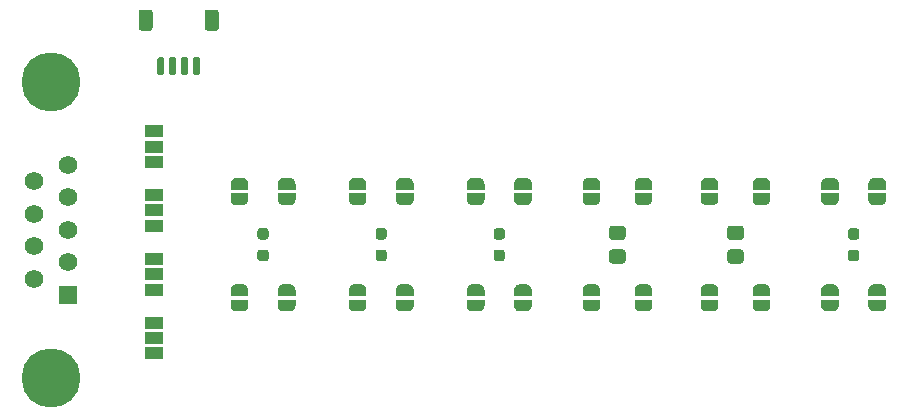
<source format=gbr>
%TF.GenerationSoftware,KiCad,Pcbnew,(5.1.10)-1*%
%TF.CreationDate,2022-05-16T12:08:26-06:00*%
%TF.ProjectId,Swapper01,53776170-7065-4723-9031-2e6b69636164,rev?*%
%TF.SameCoordinates,Original*%
%TF.FileFunction,Soldermask,Top*%
%TF.FilePolarity,Negative*%
%FSLAX46Y46*%
G04 Gerber Fmt 4.6, Leading zero omitted, Abs format (unit mm)*
G04 Created by KiCad (PCBNEW (5.1.10)-1) date 2022-05-16 12:08:26*
%MOMM*%
%LPD*%
G01*
G04 APERTURE LIST*
%ADD10R,1.500000X1.000000*%
%ADD11C,0.100000*%
%ADD12C,5.000000*%
%ADD13C,1.575000*%
%ADD14R,1.575000X1.575000*%
G04 APERTURE END LIST*
%TO.C,J2*%
G36*
G01*
X10055000Y20850000D02*
X10055000Y19600000D01*
G75*
G02*
X9905000Y19450000I-150000J0D01*
G01*
X9605000Y19450000D01*
G75*
G02*
X9455000Y19600000I0J150000D01*
G01*
X9455000Y20850000D01*
G75*
G02*
X9605000Y21000000I150000J0D01*
G01*
X9905000Y21000000D01*
G75*
G02*
X10055000Y20850000I0J-150000D01*
G01*
G37*
G36*
G01*
X9055000Y20850000D02*
X9055000Y19600000D01*
G75*
G02*
X8905000Y19450000I-150000J0D01*
G01*
X8605000Y19450000D01*
G75*
G02*
X8455000Y19600000I0J150000D01*
G01*
X8455000Y20850000D01*
G75*
G02*
X8605000Y21000000I150000J0D01*
G01*
X8905000Y21000000D01*
G75*
G02*
X9055000Y20850000I0J-150000D01*
G01*
G37*
G36*
G01*
X8055000Y20850000D02*
X8055000Y19600000D01*
G75*
G02*
X7905000Y19450000I-150000J0D01*
G01*
X7605000Y19450000D01*
G75*
G02*
X7455000Y19600000I0J150000D01*
G01*
X7455000Y20850000D01*
G75*
G02*
X7605000Y21000000I150000J0D01*
G01*
X7905000Y21000000D01*
G75*
G02*
X8055000Y20850000I0J-150000D01*
G01*
G37*
G36*
G01*
X7055000Y20850000D02*
X7055000Y19600000D01*
G75*
G02*
X6905000Y19450000I-150000J0D01*
G01*
X6605000Y19450000D01*
G75*
G02*
X6455000Y19600000I0J150000D01*
G01*
X6455000Y20850000D01*
G75*
G02*
X6605000Y21000000I150000J0D01*
G01*
X6905000Y21000000D01*
G75*
G02*
X7055000Y20850000I0J-150000D01*
G01*
G37*
G36*
G01*
X11655000Y24750001D02*
X11655000Y23449999D01*
G75*
G02*
X11405001Y23200000I-249999J0D01*
G01*
X10704999Y23200000D01*
G75*
G02*
X10455000Y23449999I0J249999D01*
G01*
X10455000Y24750001D01*
G75*
G02*
X10704999Y25000000I249999J0D01*
G01*
X11405001Y25000000D01*
G75*
G02*
X11655000Y24750001I0J-249999D01*
G01*
G37*
G36*
G01*
X6055000Y24750001D02*
X6055000Y23449999D01*
G75*
G02*
X5805001Y23200000I-249999J0D01*
G01*
X5104999Y23200000D01*
G75*
G02*
X4855000Y23449999I0J249999D01*
G01*
X4855000Y24750001D01*
G75*
G02*
X5104999Y25000000I249999J0D01*
G01*
X5805001Y25000000D01*
G75*
G02*
X6055000Y24750001I0J-249999D01*
G01*
G37*
%TD*%
D10*
%TO.C,JP25*%
X6200000Y3900000D03*
X6200000Y2600000D03*
X6200000Y1300000D03*
%TD*%
%TO.C,JP28*%
X6200000Y14700000D03*
X6200000Y13400000D03*
X6200000Y12100000D03*
%TD*%
%TO.C,JP27*%
X6200000Y9300000D03*
X6200000Y8000000D03*
X6200000Y6700000D03*
%TD*%
%TO.C,JP26*%
X6200000Y-1500000D03*
X6200000Y-2800000D03*
X6200000Y-4100000D03*
%TD*%
%TO.C,R6*%
G36*
G01*
X65637500Y5525000D02*
X65162500Y5525000D01*
G75*
G02*
X64925000Y5762500I0J237500D01*
G01*
X64925000Y6262500D01*
G75*
G02*
X65162500Y6500000I237500J0D01*
G01*
X65637500Y6500000D01*
G75*
G02*
X65875000Y6262500I0J-237500D01*
G01*
X65875000Y5762500D01*
G75*
G02*
X65637500Y5525000I-237500J0D01*
G01*
G37*
G36*
G01*
X65637500Y3700000D02*
X65162500Y3700000D01*
G75*
G02*
X64925000Y3937500I0J237500D01*
G01*
X64925000Y4437500D01*
G75*
G02*
X65162500Y4675000I237500J0D01*
G01*
X65637500Y4675000D01*
G75*
G02*
X65875000Y4437500I0J-237500D01*
G01*
X65875000Y3937500D01*
G75*
G02*
X65637500Y3700000I-237500J0D01*
G01*
G37*
%TD*%
%TO.C,R3*%
G36*
G01*
X35637500Y5525000D02*
X35162500Y5525000D01*
G75*
G02*
X34925000Y5762500I0J237500D01*
G01*
X34925000Y6262500D01*
G75*
G02*
X35162500Y6500000I237500J0D01*
G01*
X35637500Y6500000D01*
G75*
G02*
X35875000Y6262500I0J-237500D01*
G01*
X35875000Y5762500D01*
G75*
G02*
X35637500Y5525000I-237500J0D01*
G01*
G37*
G36*
G01*
X35637500Y3700000D02*
X35162500Y3700000D01*
G75*
G02*
X34925000Y3937500I0J237500D01*
G01*
X34925000Y4437500D01*
G75*
G02*
X35162500Y4675000I237500J0D01*
G01*
X35637500Y4675000D01*
G75*
G02*
X35875000Y4437500I0J-237500D01*
G01*
X35875000Y3937500D01*
G75*
G02*
X35637500Y3700000I-237500J0D01*
G01*
G37*
%TD*%
%TO.C,R5*%
G36*
G01*
X55850001Y5500000D02*
X54949999Y5500000D01*
G75*
G02*
X54700000Y5749999I0J249999D01*
G01*
X54700000Y6450001D01*
G75*
G02*
X54949999Y6700000I249999J0D01*
G01*
X55850001Y6700000D01*
G75*
G02*
X56100000Y6450001I0J-249999D01*
G01*
X56100000Y5749999D01*
G75*
G02*
X55850001Y5500000I-249999J0D01*
G01*
G37*
G36*
G01*
X55850001Y3500000D02*
X54949999Y3500000D01*
G75*
G02*
X54700000Y3749999I0J249999D01*
G01*
X54700000Y4450001D01*
G75*
G02*
X54949999Y4700000I249999J0D01*
G01*
X55850001Y4700000D01*
G75*
G02*
X56100000Y4450001I0J-249999D01*
G01*
X56100000Y3749999D01*
G75*
G02*
X55850001Y3500000I-249999J0D01*
G01*
G37*
%TD*%
%TO.C,R2*%
G36*
G01*
X25637500Y5525000D02*
X25162500Y5525000D01*
G75*
G02*
X24925000Y5762500I0J237500D01*
G01*
X24925000Y6262500D01*
G75*
G02*
X25162500Y6500000I237500J0D01*
G01*
X25637500Y6500000D01*
G75*
G02*
X25875000Y6262500I0J-237500D01*
G01*
X25875000Y5762500D01*
G75*
G02*
X25637500Y5525000I-237500J0D01*
G01*
G37*
G36*
G01*
X25637500Y3700000D02*
X25162500Y3700000D01*
G75*
G02*
X24925000Y3937500I0J237500D01*
G01*
X24925000Y4437500D01*
G75*
G02*
X25162500Y4675000I237500J0D01*
G01*
X25637500Y4675000D01*
G75*
G02*
X25875000Y4437500I0J-237500D01*
G01*
X25875000Y3937500D01*
G75*
G02*
X25637500Y3700000I-237500J0D01*
G01*
G37*
%TD*%
%TO.C,R4*%
G36*
G01*
X45850001Y5500000D02*
X44949999Y5500000D01*
G75*
G02*
X44700000Y5749999I0J249999D01*
G01*
X44700000Y6450001D01*
G75*
G02*
X44949999Y6700000I249999J0D01*
G01*
X45850001Y6700000D01*
G75*
G02*
X46100000Y6450001I0J-249999D01*
G01*
X46100000Y5749999D01*
G75*
G02*
X45850001Y5500000I-249999J0D01*
G01*
G37*
G36*
G01*
X45850001Y3500000D02*
X44949999Y3500000D01*
G75*
G02*
X44700000Y3749999I0J249999D01*
G01*
X44700000Y4450001D01*
G75*
G02*
X44949999Y4700000I249999J0D01*
G01*
X45850001Y4700000D01*
G75*
G02*
X46100000Y4450001I0J-249999D01*
G01*
X46100000Y3749999D01*
G75*
G02*
X45850001Y3500000I-249999J0D01*
G01*
G37*
%TD*%
%TO.C,R1*%
G36*
G01*
X15637500Y5525000D02*
X15162500Y5525000D01*
G75*
G02*
X14925000Y5762500I0J237500D01*
G01*
X14925000Y6262500D01*
G75*
G02*
X15162500Y6500000I237500J0D01*
G01*
X15637500Y6500000D01*
G75*
G02*
X15875000Y6262500I0J-237500D01*
G01*
X15875000Y5762500D01*
G75*
G02*
X15637500Y5525000I-237500J0D01*
G01*
G37*
G36*
G01*
X15637500Y3700000D02*
X15162500Y3700000D01*
G75*
G02*
X14925000Y3937500I0J237500D01*
G01*
X14925000Y4437500D01*
G75*
G02*
X15162500Y4675000I237500J0D01*
G01*
X15637500Y4675000D01*
G75*
G02*
X15875000Y4437500I0J-237500D01*
G01*
X15875000Y3937500D01*
G75*
G02*
X15637500Y3700000I-237500J0D01*
G01*
G37*
%TD*%
D11*
%TO.C,JP24*%
G36*
X66650602Y10250000D02*
G01*
X66650602Y10274534D01*
X66655412Y10323365D01*
X66664984Y10371490D01*
X66679228Y10418445D01*
X66698005Y10463778D01*
X66721136Y10507051D01*
X66748396Y10547850D01*
X66779524Y10585779D01*
X66814221Y10620476D01*
X66852150Y10651604D01*
X66892949Y10678864D01*
X66936222Y10701995D01*
X66981555Y10720772D01*
X67028510Y10735016D01*
X67076635Y10744588D01*
X67125466Y10749398D01*
X67150000Y10749398D01*
X67150000Y10750000D01*
X67650000Y10750000D01*
X67650000Y10749398D01*
X67674534Y10749398D01*
X67723365Y10744588D01*
X67771490Y10735016D01*
X67818445Y10720772D01*
X67863778Y10701995D01*
X67907051Y10678864D01*
X67947850Y10651604D01*
X67985779Y10620476D01*
X68020476Y10585779D01*
X68051604Y10547850D01*
X68078864Y10507051D01*
X68101995Y10463778D01*
X68120772Y10418445D01*
X68135016Y10371490D01*
X68144588Y10323365D01*
X68149398Y10274534D01*
X68149398Y10250000D01*
X68150000Y10250000D01*
X68150000Y9750000D01*
X66650000Y9750000D01*
X66650000Y10250000D01*
X66650602Y10250000D01*
G37*
G36*
X68150000Y9450000D02*
G01*
X68150000Y8950000D01*
X68149398Y8950000D01*
X68149398Y8925466D01*
X68144588Y8876635D01*
X68135016Y8828510D01*
X68120772Y8781555D01*
X68101995Y8736222D01*
X68078864Y8692949D01*
X68051604Y8652150D01*
X68020476Y8614221D01*
X67985779Y8579524D01*
X67947850Y8548396D01*
X67907051Y8521136D01*
X67863778Y8498005D01*
X67818445Y8479228D01*
X67771490Y8464984D01*
X67723365Y8455412D01*
X67674534Y8450602D01*
X67650000Y8450602D01*
X67650000Y8450000D01*
X67150000Y8450000D01*
X67150000Y8450602D01*
X67125466Y8450602D01*
X67076635Y8455412D01*
X67028510Y8464984D01*
X66981555Y8479228D01*
X66936222Y8498005D01*
X66892949Y8521136D01*
X66852150Y8548396D01*
X66814221Y8579524D01*
X66779524Y8614221D01*
X66748396Y8652150D01*
X66721136Y8692949D01*
X66698005Y8736222D01*
X66679228Y8781555D01*
X66664984Y8828510D01*
X66655412Y8876635D01*
X66650602Y8925466D01*
X66650602Y8950000D01*
X66650000Y8950000D01*
X66650000Y9450000D01*
X68150000Y9450000D01*
G37*
%TD*%
%TO.C,JP18*%
G36*
X66650602Y1250000D02*
G01*
X66650602Y1274534D01*
X66655412Y1323365D01*
X66664984Y1371490D01*
X66679228Y1418445D01*
X66698005Y1463778D01*
X66721136Y1507051D01*
X66748396Y1547850D01*
X66779524Y1585779D01*
X66814221Y1620476D01*
X66852150Y1651604D01*
X66892949Y1678864D01*
X66936222Y1701995D01*
X66981555Y1720772D01*
X67028510Y1735016D01*
X67076635Y1744588D01*
X67125466Y1749398D01*
X67150000Y1749398D01*
X67150000Y1750000D01*
X67650000Y1750000D01*
X67650000Y1749398D01*
X67674534Y1749398D01*
X67723365Y1744588D01*
X67771490Y1735016D01*
X67818445Y1720772D01*
X67863778Y1701995D01*
X67907051Y1678864D01*
X67947850Y1651604D01*
X67985779Y1620476D01*
X68020476Y1585779D01*
X68051604Y1547850D01*
X68078864Y1507051D01*
X68101995Y1463778D01*
X68120772Y1418445D01*
X68135016Y1371490D01*
X68144588Y1323365D01*
X68149398Y1274534D01*
X68149398Y1250000D01*
X68150000Y1250000D01*
X68150000Y750000D01*
X66650000Y750000D01*
X66650000Y1250000D01*
X66650602Y1250000D01*
G37*
G36*
X68150000Y450000D02*
G01*
X68150000Y-50000D01*
X68149398Y-50000D01*
X68149398Y-74534D01*
X68144588Y-123365D01*
X68135016Y-171490D01*
X68120772Y-218445D01*
X68101995Y-263778D01*
X68078864Y-307051D01*
X68051604Y-347850D01*
X68020476Y-385779D01*
X67985779Y-420476D01*
X67947850Y-451604D01*
X67907051Y-478864D01*
X67863778Y-501995D01*
X67818445Y-520772D01*
X67771490Y-535016D01*
X67723365Y-544588D01*
X67674534Y-549398D01*
X67650000Y-549398D01*
X67650000Y-550000D01*
X67150000Y-550000D01*
X67150000Y-549398D01*
X67125466Y-549398D01*
X67076635Y-544588D01*
X67028510Y-535016D01*
X66981555Y-520772D01*
X66936222Y-501995D01*
X66892949Y-478864D01*
X66852150Y-451604D01*
X66814221Y-420476D01*
X66779524Y-385779D01*
X66748396Y-347850D01*
X66721136Y-307051D01*
X66698005Y-263778D01*
X66679228Y-218445D01*
X66664984Y-171490D01*
X66655412Y-123365D01*
X66650602Y-74534D01*
X66650602Y-50000D01*
X66650000Y-50000D01*
X66650000Y450000D01*
X68150000Y450000D01*
G37*
%TD*%
%TO.C,JP12*%
G36*
X36650602Y10250000D02*
G01*
X36650602Y10274534D01*
X36655412Y10323365D01*
X36664984Y10371490D01*
X36679228Y10418445D01*
X36698005Y10463778D01*
X36721136Y10507051D01*
X36748396Y10547850D01*
X36779524Y10585779D01*
X36814221Y10620476D01*
X36852150Y10651604D01*
X36892949Y10678864D01*
X36936222Y10701995D01*
X36981555Y10720772D01*
X37028510Y10735016D01*
X37076635Y10744588D01*
X37125466Y10749398D01*
X37150000Y10749398D01*
X37150000Y10750000D01*
X37650000Y10750000D01*
X37650000Y10749398D01*
X37674534Y10749398D01*
X37723365Y10744588D01*
X37771490Y10735016D01*
X37818445Y10720772D01*
X37863778Y10701995D01*
X37907051Y10678864D01*
X37947850Y10651604D01*
X37985779Y10620476D01*
X38020476Y10585779D01*
X38051604Y10547850D01*
X38078864Y10507051D01*
X38101995Y10463778D01*
X38120772Y10418445D01*
X38135016Y10371490D01*
X38144588Y10323365D01*
X38149398Y10274534D01*
X38149398Y10250000D01*
X38150000Y10250000D01*
X38150000Y9750000D01*
X36650000Y9750000D01*
X36650000Y10250000D01*
X36650602Y10250000D01*
G37*
G36*
X38150000Y9450000D02*
G01*
X38150000Y8950000D01*
X38149398Y8950000D01*
X38149398Y8925466D01*
X38144588Y8876635D01*
X38135016Y8828510D01*
X38120772Y8781555D01*
X38101995Y8736222D01*
X38078864Y8692949D01*
X38051604Y8652150D01*
X38020476Y8614221D01*
X37985779Y8579524D01*
X37947850Y8548396D01*
X37907051Y8521136D01*
X37863778Y8498005D01*
X37818445Y8479228D01*
X37771490Y8464984D01*
X37723365Y8455412D01*
X37674534Y8450602D01*
X37650000Y8450602D01*
X37650000Y8450000D01*
X37150000Y8450000D01*
X37150000Y8450602D01*
X37125466Y8450602D01*
X37076635Y8455412D01*
X37028510Y8464984D01*
X36981555Y8479228D01*
X36936222Y8498005D01*
X36892949Y8521136D01*
X36852150Y8548396D01*
X36814221Y8579524D01*
X36779524Y8614221D01*
X36748396Y8652150D01*
X36721136Y8692949D01*
X36698005Y8736222D01*
X36679228Y8781555D01*
X36664984Y8828510D01*
X36655412Y8876635D01*
X36650602Y8925466D01*
X36650602Y8950000D01*
X36650000Y8950000D01*
X36650000Y9450000D01*
X38150000Y9450000D01*
G37*
%TD*%
%TO.C,JP6*%
G36*
X36650602Y1250000D02*
G01*
X36650602Y1274534D01*
X36655412Y1323365D01*
X36664984Y1371490D01*
X36679228Y1418445D01*
X36698005Y1463778D01*
X36721136Y1507051D01*
X36748396Y1547850D01*
X36779524Y1585779D01*
X36814221Y1620476D01*
X36852150Y1651604D01*
X36892949Y1678864D01*
X36936222Y1701995D01*
X36981555Y1720772D01*
X37028510Y1735016D01*
X37076635Y1744588D01*
X37125466Y1749398D01*
X37150000Y1749398D01*
X37150000Y1750000D01*
X37650000Y1750000D01*
X37650000Y1749398D01*
X37674534Y1749398D01*
X37723365Y1744588D01*
X37771490Y1735016D01*
X37818445Y1720772D01*
X37863778Y1701995D01*
X37907051Y1678864D01*
X37947850Y1651604D01*
X37985779Y1620476D01*
X38020476Y1585779D01*
X38051604Y1547850D01*
X38078864Y1507051D01*
X38101995Y1463778D01*
X38120772Y1418445D01*
X38135016Y1371490D01*
X38144588Y1323365D01*
X38149398Y1274534D01*
X38149398Y1250000D01*
X38150000Y1250000D01*
X38150000Y750000D01*
X36650000Y750000D01*
X36650000Y1250000D01*
X36650602Y1250000D01*
G37*
G36*
X38150000Y450000D02*
G01*
X38150000Y-50000D01*
X38149398Y-50000D01*
X38149398Y-74534D01*
X38144588Y-123365D01*
X38135016Y-171490D01*
X38120772Y-218445D01*
X38101995Y-263778D01*
X38078864Y-307051D01*
X38051604Y-347850D01*
X38020476Y-385779D01*
X37985779Y-420476D01*
X37947850Y-451604D01*
X37907051Y-478864D01*
X37863778Y-501995D01*
X37818445Y-520772D01*
X37771490Y-535016D01*
X37723365Y-544588D01*
X37674534Y-549398D01*
X37650000Y-549398D01*
X37650000Y-550000D01*
X37150000Y-550000D01*
X37150000Y-549398D01*
X37125466Y-549398D01*
X37076635Y-544588D01*
X37028510Y-535016D01*
X36981555Y-520772D01*
X36936222Y-501995D01*
X36892949Y-478864D01*
X36852150Y-451604D01*
X36814221Y-420476D01*
X36779524Y-385779D01*
X36748396Y-347850D01*
X36721136Y-307051D01*
X36698005Y-263778D01*
X36679228Y-218445D01*
X36664984Y-171490D01*
X36655412Y-123365D01*
X36650602Y-74534D01*
X36650602Y-50000D01*
X36650000Y-50000D01*
X36650000Y450000D01*
X38150000Y450000D01*
G37*
%TD*%
%TO.C,JP23*%
G36*
X62650602Y10250000D02*
G01*
X62650602Y10274534D01*
X62655412Y10323365D01*
X62664984Y10371490D01*
X62679228Y10418445D01*
X62698005Y10463778D01*
X62721136Y10507051D01*
X62748396Y10547850D01*
X62779524Y10585779D01*
X62814221Y10620476D01*
X62852150Y10651604D01*
X62892949Y10678864D01*
X62936222Y10701995D01*
X62981555Y10720772D01*
X63028510Y10735016D01*
X63076635Y10744588D01*
X63125466Y10749398D01*
X63150000Y10749398D01*
X63150000Y10750000D01*
X63650000Y10750000D01*
X63650000Y10749398D01*
X63674534Y10749398D01*
X63723365Y10744588D01*
X63771490Y10735016D01*
X63818445Y10720772D01*
X63863778Y10701995D01*
X63907051Y10678864D01*
X63947850Y10651604D01*
X63985779Y10620476D01*
X64020476Y10585779D01*
X64051604Y10547850D01*
X64078864Y10507051D01*
X64101995Y10463778D01*
X64120772Y10418445D01*
X64135016Y10371490D01*
X64144588Y10323365D01*
X64149398Y10274534D01*
X64149398Y10250000D01*
X64150000Y10250000D01*
X64150000Y9750000D01*
X62650000Y9750000D01*
X62650000Y10250000D01*
X62650602Y10250000D01*
G37*
G36*
X64150000Y9450000D02*
G01*
X64150000Y8950000D01*
X64149398Y8950000D01*
X64149398Y8925466D01*
X64144588Y8876635D01*
X64135016Y8828510D01*
X64120772Y8781555D01*
X64101995Y8736222D01*
X64078864Y8692949D01*
X64051604Y8652150D01*
X64020476Y8614221D01*
X63985779Y8579524D01*
X63947850Y8548396D01*
X63907051Y8521136D01*
X63863778Y8498005D01*
X63818445Y8479228D01*
X63771490Y8464984D01*
X63723365Y8455412D01*
X63674534Y8450602D01*
X63650000Y8450602D01*
X63650000Y8450000D01*
X63150000Y8450000D01*
X63150000Y8450602D01*
X63125466Y8450602D01*
X63076635Y8455412D01*
X63028510Y8464984D01*
X62981555Y8479228D01*
X62936222Y8498005D01*
X62892949Y8521136D01*
X62852150Y8548396D01*
X62814221Y8579524D01*
X62779524Y8614221D01*
X62748396Y8652150D01*
X62721136Y8692949D01*
X62698005Y8736222D01*
X62679228Y8781555D01*
X62664984Y8828510D01*
X62655412Y8876635D01*
X62650602Y8925466D01*
X62650602Y8950000D01*
X62650000Y8950000D01*
X62650000Y9450000D01*
X64150000Y9450000D01*
G37*
%TD*%
%TO.C,JP17*%
G36*
X62650602Y1250000D02*
G01*
X62650602Y1274534D01*
X62655412Y1323365D01*
X62664984Y1371490D01*
X62679228Y1418445D01*
X62698005Y1463778D01*
X62721136Y1507051D01*
X62748396Y1547850D01*
X62779524Y1585779D01*
X62814221Y1620476D01*
X62852150Y1651604D01*
X62892949Y1678864D01*
X62936222Y1701995D01*
X62981555Y1720772D01*
X63028510Y1735016D01*
X63076635Y1744588D01*
X63125466Y1749398D01*
X63150000Y1749398D01*
X63150000Y1750000D01*
X63650000Y1750000D01*
X63650000Y1749398D01*
X63674534Y1749398D01*
X63723365Y1744588D01*
X63771490Y1735016D01*
X63818445Y1720772D01*
X63863778Y1701995D01*
X63907051Y1678864D01*
X63947850Y1651604D01*
X63985779Y1620476D01*
X64020476Y1585779D01*
X64051604Y1547850D01*
X64078864Y1507051D01*
X64101995Y1463778D01*
X64120772Y1418445D01*
X64135016Y1371490D01*
X64144588Y1323365D01*
X64149398Y1274534D01*
X64149398Y1250000D01*
X64150000Y1250000D01*
X64150000Y750000D01*
X62650000Y750000D01*
X62650000Y1250000D01*
X62650602Y1250000D01*
G37*
G36*
X64150000Y450000D02*
G01*
X64150000Y-50000D01*
X64149398Y-50000D01*
X64149398Y-74534D01*
X64144588Y-123365D01*
X64135016Y-171490D01*
X64120772Y-218445D01*
X64101995Y-263778D01*
X64078864Y-307051D01*
X64051604Y-347850D01*
X64020476Y-385779D01*
X63985779Y-420476D01*
X63947850Y-451604D01*
X63907051Y-478864D01*
X63863778Y-501995D01*
X63818445Y-520772D01*
X63771490Y-535016D01*
X63723365Y-544588D01*
X63674534Y-549398D01*
X63650000Y-549398D01*
X63650000Y-550000D01*
X63150000Y-550000D01*
X63150000Y-549398D01*
X63125466Y-549398D01*
X63076635Y-544588D01*
X63028510Y-535016D01*
X62981555Y-520772D01*
X62936222Y-501995D01*
X62892949Y-478864D01*
X62852150Y-451604D01*
X62814221Y-420476D01*
X62779524Y-385779D01*
X62748396Y-347850D01*
X62721136Y-307051D01*
X62698005Y-263778D01*
X62679228Y-218445D01*
X62664984Y-171490D01*
X62655412Y-123365D01*
X62650602Y-74534D01*
X62650602Y-50000D01*
X62650000Y-50000D01*
X62650000Y450000D01*
X64150000Y450000D01*
G37*
%TD*%
%TO.C,JP11*%
G36*
X32650602Y10250000D02*
G01*
X32650602Y10274534D01*
X32655412Y10323365D01*
X32664984Y10371490D01*
X32679228Y10418445D01*
X32698005Y10463778D01*
X32721136Y10507051D01*
X32748396Y10547850D01*
X32779524Y10585779D01*
X32814221Y10620476D01*
X32852150Y10651604D01*
X32892949Y10678864D01*
X32936222Y10701995D01*
X32981555Y10720772D01*
X33028510Y10735016D01*
X33076635Y10744588D01*
X33125466Y10749398D01*
X33150000Y10749398D01*
X33150000Y10750000D01*
X33650000Y10750000D01*
X33650000Y10749398D01*
X33674534Y10749398D01*
X33723365Y10744588D01*
X33771490Y10735016D01*
X33818445Y10720772D01*
X33863778Y10701995D01*
X33907051Y10678864D01*
X33947850Y10651604D01*
X33985779Y10620476D01*
X34020476Y10585779D01*
X34051604Y10547850D01*
X34078864Y10507051D01*
X34101995Y10463778D01*
X34120772Y10418445D01*
X34135016Y10371490D01*
X34144588Y10323365D01*
X34149398Y10274534D01*
X34149398Y10250000D01*
X34150000Y10250000D01*
X34150000Y9750000D01*
X32650000Y9750000D01*
X32650000Y10250000D01*
X32650602Y10250000D01*
G37*
G36*
X34150000Y9450000D02*
G01*
X34150000Y8950000D01*
X34149398Y8950000D01*
X34149398Y8925466D01*
X34144588Y8876635D01*
X34135016Y8828510D01*
X34120772Y8781555D01*
X34101995Y8736222D01*
X34078864Y8692949D01*
X34051604Y8652150D01*
X34020476Y8614221D01*
X33985779Y8579524D01*
X33947850Y8548396D01*
X33907051Y8521136D01*
X33863778Y8498005D01*
X33818445Y8479228D01*
X33771490Y8464984D01*
X33723365Y8455412D01*
X33674534Y8450602D01*
X33650000Y8450602D01*
X33650000Y8450000D01*
X33150000Y8450000D01*
X33150000Y8450602D01*
X33125466Y8450602D01*
X33076635Y8455412D01*
X33028510Y8464984D01*
X32981555Y8479228D01*
X32936222Y8498005D01*
X32892949Y8521136D01*
X32852150Y8548396D01*
X32814221Y8579524D01*
X32779524Y8614221D01*
X32748396Y8652150D01*
X32721136Y8692949D01*
X32698005Y8736222D01*
X32679228Y8781555D01*
X32664984Y8828510D01*
X32655412Y8876635D01*
X32650602Y8925466D01*
X32650602Y8950000D01*
X32650000Y8950000D01*
X32650000Y9450000D01*
X34150000Y9450000D01*
G37*
%TD*%
%TO.C,JP5*%
G36*
X32650602Y1250000D02*
G01*
X32650602Y1274534D01*
X32655412Y1323365D01*
X32664984Y1371490D01*
X32679228Y1418445D01*
X32698005Y1463778D01*
X32721136Y1507051D01*
X32748396Y1547850D01*
X32779524Y1585779D01*
X32814221Y1620476D01*
X32852150Y1651604D01*
X32892949Y1678864D01*
X32936222Y1701995D01*
X32981555Y1720772D01*
X33028510Y1735016D01*
X33076635Y1744588D01*
X33125466Y1749398D01*
X33150000Y1749398D01*
X33150000Y1750000D01*
X33650000Y1750000D01*
X33650000Y1749398D01*
X33674534Y1749398D01*
X33723365Y1744588D01*
X33771490Y1735016D01*
X33818445Y1720772D01*
X33863778Y1701995D01*
X33907051Y1678864D01*
X33947850Y1651604D01*
X33985779Y1620476D01*
X34020476Y1585779D01*
X34051604Y1547850D01*
X34078864Y1507051D01*
X34101995Y1463778D01*
X34120772Y1418445D01*
X34135016Y1371490D01*
X34144588Y1323365D01*
X34149398Y1274534D01*
X34149398Y1250000D01*
X34150000Y1250000D01*
X34150000Y750000D01*
X32650000Y750000D01*
X32650000Y1250000D01*
X32650602Y1250000D01*
G37*
G36*
X34150000Y450000D02*
G01*
X34150000Y-50000D01*
X34149398Y-50000D01*
X34149398Y-74534D01*
X34144588Y-123365D01*
X34135016Y-171490D01*
X34120772Y-218445D01*
X34101995Y-263778D01*
X34078864Y-307051D01*
X34051604Y-347850D01*
X34020476Y-385779D01*
X33985779Y-420476D01*
X33947850Y-451604D01*
X33907051Y-478864D01*
X33863778Y-501995D01*
X33818445Y-520772D01*
X33771490Y-535016D01*
X33723365Y-544588D01*
X33674534Y-549398D01*
X33650000Y-549398D01*
X33650000Y-550000D01*
X33150000Y-550000D01*
X33150000Y-549398D01*
X33125466Y-549398D01*
X33076635Y-544588D01*
X33028510Y-535016D01*
X32981555Y-520772D01*
X32936222Y-501995D01*
X32892949Y-478864D01*
X32852150Y-451604D01*
X32814221Y-420476D01*
X32779524Y-385779D01*
X32748396Y-347850D01*
X32721136Y-307051D01*
X32698005Y-263778D01*
X32679228Y-218445D01*
X32664984Y-171490D01*
X32655412Y-123365D01*
X32650602Y-74534D01*
X32650602Y-50000D01*
X32650000Y-50000D01*
X32650000Y450000D01*
X34150000Y450000D01*
G37*
%TD*%
%TO.C,JP22*%
G36*
X56850602Y10250000D02*
G01*
X56850602Y10274534D01*
X56855412Y10323365D01*
X56864984Y10371490D01*
X56879228Y10418445D01*
X56898005Y10463778D01*
X56921136Y10507051D01*
X56948396Y10547850D01*
X56979524Y10585779D01*
X57014221Y10620476D01*
X57052150Y10651604D01*
X57092949Y10678864D01*
X57136222Y10701995D01*
X57181555Y10720772D01*
X57228510Y10735016D01*
X57276635Y10744588D01*
X57325466Y10749398D01*
X57350000Y10749398D01*
X57350000Y10750000D01*
X57850000Y10750000D01*
X57850000Y10749398D01*
X57874534Y10749398D01*
X57923365Y10744588D01*
X57971490Y10735016D01*
X58018445Y10720772D01*
X58063778Y10701995D01*
X58107051Y10678864D01*
X58147850Y10651604D01*
X58185779Y10620476D01*
X58220476Y10585779D01*
X58251604Y10547850D01*
X58278864Y10507051D01*
X58301995Y10463778D01*
X58320772Y10418445D01*
X58335016Y10371490D01*
X58344588Y10323365D01*
X58349398Y10274534D01*
X58349398Y10250000D01*
X58350000Y10250000D01*
X58350000Y9750000D01*
X56850000Y9750000D01*
X56850000Y10250000D01*
X56850602Y10250000D01*
G37*
G36*
X58350000Y9450000D02*
G01*
X58350000Y8950000D01*
X58349398Y8950000D01*
X58349398Y8925466D01*
X58344588Y8876635D01*
X58335016Y8828510D01*
X58320772Y8781555D01*
X58301995Y8736222D01*
X58278864Y8692949D01*
X58251604Y8652150D01*
X58220476Y8614221D01*
X58185779Y8579524D01*
X58147850Y8548396D01*
X58107051Y8521136D01*
X58063778Y8498005D01*
X58018445Y8479228D01*
X57971490Y8464984D01*
X57923365Y8455412D01*
X57874534Y8450602D01*
X57850000Y8450602D01*
X57850000Y8450000D01*
X57350000Y8450000D01*
X57350000Y8450602D01*
X57325466Y8450602D01*
X57276635Y8455412D01*
X57228510Y8464984D01*
X57181555Y8479228D01*
X57136222Y8498005D01*
X57092949Y8521136D01*
X57052150Y8548396D01*
X57014221Y8579524D01*
X56979524Y8614221D01*
X56948396Y8652150D01*
X56921136Y8692949D01*
X56898005Y8736222D01*
X56879228Y8781555D01*
X56864984Y8828510D01*
X56855412Y8876635D01*
X56850602Y8925466D01*
X56850602Y8950000D01*
X56850000Y8950000D01*
X56850000Y9450000D01*
X58350000Y9450000D01*
G37*
%TD*%
%TO.C,JP16*%
G36*
X56850602Y1250000D02*
G01*
X56850602Y1274534D01*
X56855412Y1323365D01*
X56864984Y1371490D01*
X56879228Y1418445D01*
X56898005Y1463778D01*
X56921136Y1507051D01*
X56948396Y1547850D01*
X56979524Y1585779D01*
X57014221Y1620476D01*
X57052150Y1651604D01*
X57092949Y1678864D01*
X57136222Y1701995D01*
X57181555Y1720772D01*
X57228510Y1735016D01*
X57276635Y1744588D01*
X57325466Y1749398D01*
X57350000Y1749398D01*
X57350000Y1750000D01*
X57850000Y1750000D01*
X57850000Y1749398D01*
X57874534Y1749398D01*
X57923365Y1744588D01*
X57971490Y1735016D01*
X58018445Y1720772D01*
X58063778Y1701995D01*
X58107051Y1678864D01*
X58147850Y1651604D01*
X58185779Y1620476D01*
X58220476Y1585779D01*
X58251604Y1547850D01*
X58278864Y1507051D01*
X58301995Y1463778D01*
X58320772Y1418445D01*
X58335016Y1371490D01*
X58344588Y1323365D01*
X58349398Y1274534D01*
X58349398Y1250000D01*
X58350000Y1250000D01*
X58350000Y750000D01*
X56850000Y750000D01*
X56850000Y1250000D01*
X56850602Y1250000D01*
G37*
G36*
X58350000Y450000D02*
G01*
X58350000Y-50000D01*
X58349398Y-50000D01*
X58349398Y-74534D01*
X58344588Y-123365D01*
X58335016Y-171490D01*
X58320772Y-218445D01*
X58301995Y-263778D01*
X58278864Y-307051D01*
X58251604Y-347850D01*
X58220476Y-385779D01*
X58185779Y-420476D01*
X58147850Y-451604D01*
X58107051Y-478864D01*
X58063778Y-501995D01*
X58018445Y-520772D01*
X57971490Y-535016D01*
X57923365Y-544588D01*
X57874534Y-549398D01*
X57850000Y-549398D01*
X57850000Y-550000D01*
X57350000Y-550000D01*
X57350000Y-549398D01*
X57325466Y-549398D01*
X57276635Y-544588D01*
X57228510Y-535016D01*
X57181555Y-520772D01*
X57136222Y-501995D01*
X57092949Y-478864D01*
X57052150Y-451604D01*
X57014221Y-420476D01*
X56979524Y-385779D01*
X56948396Y-347850D01*
X56921136Y-307051D01*
X56898005Y-263778D01*
X56879228Y-218445D01*
X56864984Y-171490D01*
X56855412Y-123365D01*
X56850602Y-74534D01*
X56850602Y-50000D01*
X56850000Y-50000D01*
X56850000Y450000D01*
X58350000Y450000D01*
G37*
%TD*%
%TO.C,JP10*%
G36*
X26650602Y10250000D02*
G01*
X26650602Y10274534D01*
X26655412Y10323365D01*
X26664984Y10371490D01*
X26679228Y10418445D01*
X26698005Y10463778D01*
X26721136Y10507051D01*
X26748396Y10547850D01*
X26779524Y10585779D01*
X26814221Y10620476D01*
X26852150Y10651604D01*
X26892949Y10678864D01*
X26936222Y10701995D01*
X26981555Y10720772D01*
X27028510Y10735016D01*
X27076635Y10744588D01*
X27125466Y10749398D01*
X27150000Y10749398D01*
X27150000Y10750000D01*
X27650000Y10750000D01*
X27650000Y10749398D01*
X27674534Y10749398D01*
X27723365Y10744588D01*
X27771490Y10735016D01*
X27818445Y10720772D01*
X27863778Y10701995D01*
X27907051Y10678864D01*
X27947850Y10651604D01*
X27985779Y10620476D01*
X28020476Y10585779D01*
X28051604Y10547850D01*
X28078864Y10507051D01*
X28101995Y10463778D01*
X28120772Y10418445D01*
X28135016Y10371490D01*
X28144588Y10323365D01*
X28149398Y10274534D01*
X28149398Y10250000D01*
X28150000Y10250000D01*
X28150000Y9750000D01*
X26650000Y9750000D01*
X26650000Y10250000D01*
X26650602Y10250000D01*
G37*
G36*
X28150000Y9450000D02*
G01*
X28150000Y8950000D01*
X28149398Y8950000D01*
X28149398Y8925466D01*
X28144588Y8876635D01*
X28135016Y8828510D01*
X28120772Y8781555D01*
X28101995Y8736222D01*
X28078864Y8692949D01*
X28051604Y8652150D01*
X28020476Y8614221D01*
X27985779Y8579524D01*
X27947850Y8548396D01*
X27907051Y8521136D01*
X27863778Y8498005D01*
X27818445Y8479228D01*
X27771490Y8464984D01*
X27723365Y8455412D01*
X27674534Y8450602D01*
X27650000Y8450602D01*
X27650000Y8450000D01*
X27150000Y8450000D01*
X27150000Y8450602D01*
X27125466Y8450602D01*
X27076635Y8455412D01*
X27028510Y8464984D01*
X26981555Y8479228D01*
X26936222Y8498005D01*
X26892949Y8521136D01*
X26852150Y8548396D01*
X26814221Y8579524D01*
X26779524Y8614221D01*
X26748396Y8652150D01*
X26721136Y8692949D01*
X26698005Y8736222D01*
X26679228Y8781555D01*
X26664984Y8828510D01*
X26655412Y8876635D01*
X26650602Y8925466D01*
X26650602Y8950000D01*
X26650000Y8950000D01*
X26650000Y9450000D01*
X28150000Y9450000D01*
G37*
%TD*%
%TO.C,JP4*%
G36*
X26650602Y1250000D02*
G01*
X26650602Y1274534D01*
X26655412Y1323365D01*
X26664984Y1371490D01*
X26679228Y1418445D01*
X26698005Y1463778D01*
X26721136Y1507051D01*
X26748396Y1547850D01*
X26779524Y1585779D01*
X26814221Y1620476D01*
X26852150Y1651604D01*
X26892949Y1678864D01*
X26936222Y1701995D01*
X26981555Y1720772D01*
X27028510Y1735016D01*
X27076635Y1744588D01*
X27125466Y1749398D01*
X27150000Y1749398D01*
X27150000Y1750000D01*
X27650000Y1750000D01*
X27650000Y1749398D01*
X27674534Y1749398D01*
X27723365Y1744588D01*
X27771490Y1735016D01*
X27818445Y1720772D01*
X27863778Y1701995D01*
X27907051Y1678864D01*
X27947850Y1651604D01*
X27985779Y1620476D01*
X28020476Y1585779D01*
X28051604Y1547850D01*
X28078864Y1507051D01*
X28101995Y1463778D01*
X28120772Y1418445D01*
X28135016Y1371490D01*
X28144588Y1323365D01*
X28149398Y1274534D01*
X28149398Y1250000D01*
X28150000Y1250000D01*
X28150000Y750000D01*
X26650000Y750000D01*
X26650000Y1250000D01*
X26650602Y1250000D01*
G37*
G36*
X28150000Y450000D02*
G01*
X28150000Y-50000D01*
X28149398Y-50000D01*
X28149398Y-74534D01*
X28144588Y-123365D01*
X28135016Y-171490D01*
X28120772Y-218445D01*
X28101995Y-263778D01*
X28078864Y-307051D01*
X28051604Y-347850D01*
X28020476Y-385779D01*
X27985779Y-420476D01*
X27947850Y-451604D01*
X27907051Y-478864D01*
X27863778Y-501995D01*
X27818445Y-520772D01*
X27771490Y-535016D01*
X27723365Y-544588D01*
X27674534Y-549398D01*
X27650000Y-549398D01*
X27650000Y-550000D01*
X27150000Y-550000D01*
X27150000Y-549398D01*
X27125466Y-549398D01*
X27076635Y-544588D01*
X27028510Y-535016D01*
X26981555Y-520772D01*
X26936222Y-501995D01*
X26892949Y-478864D01*
X26852150Y-451604D01*
X26814221Y-420476D01*
X26779524Y-385779D01*
X26748396Y-347850D01*
X26721136Y-307051D01*
X26698005Y-263778D01*
X26679228Y-218445D01*
X26664984Y-171490D01*
X26655412Y-123365D01*
X26650602Y-74534D01*
X26650602Y-50000D01*
X26650000Y-50000D01*
X26650000Y450000D01*
X28150000Y450000D01*
G37*
%TD*%
%TO.C,JP21*%
G36*
X52450602Y10250000D02*
G01*
X52450602Y10274534D01*
X52455412Y10323365D01*
X52464984Y10371490D01*
X52479228Y10418445D01*
X52498005Y10463778D01*
X52521136Y10507051D01*
X52548396Y10547850D01*
X52579524Y10585779D01*
X52614221Y10620476D01*
X52652150Y10651604D01*
X52692949Y10678864D01*
X52736222Y10701995D01*
X52781555Y10720772D01*
X52828510Y10735016D01*
X52876635Y10744588D01*
X52925466Y10749398D01*
X52950000Y10749398D01*
X52950000Y10750000D01*
X53450000Y10750000D01*
X53450000Y10749398D01*
X53474534Y10749398D01*
X53523365Y10744588D01*
X53571490Y10735016D01*
X53618445Y10720772D01*
X53663778Y10701995D01*
X53707051Y10678864D01*
X53747850Y10651604D01*
X53785779Y10620476D01*
X53820476Y10585779D01*
X53851604Y10547850D01*
X53878864Y10507051D01*
X53901995Y10463778D01*
X53920772Y10418445D01*
X53935016Y10371490D01*
X53944588Y10323365D01*
X53949398Y10274534D01*
X53949398Y10250000D01*
X53950000Y10250000D01*
X53950000Y9750000D01*
X52450000Y9750000D01*
X52450000Y10250000D01*
X52450602Y10250000D01*
G37*
G36*
X53950000Y9450000D02*
G01*
X53950000Y8950000D01*
X53949398Y8950000D01*
X53949398Y8925466D01*
X53944588Y8876635D01*
X53935016Y8828510D01*
X53920772Y8781555D01*
X53901995Y8736222D01*
X53878864Y8692949D01*
X53851604Y8652150D01*
X53820476Y8614221D01*
X53785779Y8579524D01*
X53747850Y8548396D01*
X53707051Y8521136D01*
X53663778Y8498005D01*
X53618445Y8479228D01*
X53571490Y8464984D01*
X53523365Y8455412D01*
X53474534Y8450602D01*
X53450000Y8450602D01*
X53450000Y8450000D01*
X52950000Y8450000D01*
X52950000Y8450602D01*
X52925466Y8450602D01*
X52876635Y8455412D01*
X52828510Y8464984D01*
X52781555Y8479228D01*
X52736222Y8498005D01*
X52692949Y8521136D01*
X52652150Y8548396D01*
X52614221Y8579524D01*
X52579524Y8614221D01*
X52548396Y8652150D01*
X52521136Y8692949D01*
X52498005Y8736222D01*
X52479228Y8781555D01*
X52464984Y8828510D01*
X52455412Y8876635D01*
X52450602Y8925466D01*
X52450602Y8950000D01*
X52450000Y8950000D01*
X52450000Y9450000D01*
X53950000Y9450000D01*
G37*
%TD*%
%TO.C,JP15*%
G36*
X52450602Y1250000D02*
G01*
X52450602Y1274534D01*
X52455412Y1323365D01*
X52464984Y1371490D01*
X52479228Y1418445D01*
X52498005Y1463778D01*
X52521136Y1507051D01*
X52548396Y1547850D01*
X52579524Y1585779D01*
X52614221Y1620476D01*
X52652150Y1651604D01*
X52692949Y1678864D01*
X52736222Y1701995D01*
X52781555Y1720772D01*
X52828510Y1735016D01*
X52876635Y1744588D01*
X52925466Y1749398D01*
X52950000Y1749398D01*
X52950000Y1750000D01*
X53450000Y1750000D01*
X53450000Y1749398D01*
X53474534Y1749398D01*
X53523365Y1744588D01*
X53571490Y1735016D01*
X53618445Y1720772D01*
X53663778Y1701995D01*
X53707051Y1678864D01*
X53747850Y1651604D01*
X53785779Y1620476D01*
X53820476Y1585779D01*
X53851604Y1547850D01*
X53878864Y1507051D01*
X53901995Y1463778D01*
X53920772Y1418445D01*
X53935016Y1371490D01*
X53944588Y1323365D01*
X53949398Y1274534D01*
X53949398Y1250000D01*
X53950000Y1250000D01*
X53950000Y750000D01*
X52450000Y750000D01*
X52450000Y1250000D01*
X52450602Y1250000D01*
G37*
G36*
X53950000Y450000D02*
G01*
X53950000Y-50000D01*
X53949398Y-50000D01*
X53949398Y-74534D01*
X53944588Y-123365D01*
X53935016Y-171490D01*
X53920772Y-218445D01*
X53901995Y-263778D01*
X53878864Y-307051D01*
X53851604Y-347850D01*
X53820476Y-385779D01*
X53785779Y-420476D01*
X53747850Y-451604D01*
X53707051Y-478864D01*
X53663778Y-501995D01*
X53618445Y-520772D01*
X53571490Y-535016D01*
X53523365Y-544588D01*
X53474534Y-549398D01*
X53450000Y-549398D01*
X53450000Y-550000D01*
X52950000Y-550000D01*
X52950000Y-549398D01*
X52925466Y-549398D01*
X52876635Y-544588D01*
X52828510Y-535016D01*
X52781555Y-520772D01*
X52736222Y-501995D01*
X52692949Y-478864D01*
X52652150Y-451604D01*
X52614221Y-420476D01*
X52579524Y-385779D01*
X52548396Y-347850D01*
X52521136Y-307051D01*
X52498005Y-263778D01*
X52479228Y-218445D01*
X52464984Y-171490D01*
X52455412Y-123365D01*
X52450602Y-74534D01*
X52450602Y-50000D01*
X52450000Y-50000D01*
X52450000Y450000D01*
X53950000Y450000D01*
G37*
%TD*%
%TO.C,JP9*%
G36*
X22650602Y10250000D02*
G01*
X22650602Y10274534D01*
X22655412Y10323365D01*
X22664984Y10371490D01*
X22679228Y10418445D01*
X22698005Y10463778D01*
X22721136Y10507051D01*
X22748396Y10547850D01*
X22779524Y10585779D01*
X22814221Y10620476D01*
X22852150Y10651604D01*
X22892949Y10678864D01*
X22936222Y10701995D01*
X22981555Y10720772D01*
X23028510Y10735016D01*
X23076635Y10744588D01*
X23125466Y10749398D01*
X23150000Y10749398D01*
X23150000Y10750000D01*
X23650000Y10750000D01*
X23650000Y10749398D01*
X23674534Y10749398D01*
X23723365Y10744588D01*
X23771490Y10735016D01*
X23818445Y10720772D01*
X23863778Y10701995D01*
X23907051Y10678864D01*
X23947850Y10651604D01*
X23985779Y10620476D01*
X24020476Y10585779D01*
X24051604Y10547850D01*
X24078864Y10507051D01*
X24101995Y10463778D01*
X24120772Y10418445D01*
X24135016Y10371490D01*
X24144588Y10323365D01*
X24149398Y10274534D01*
X24149398Y10250000D01*
X24150000Y10250000D01*
X24150000Y9750000D01*
X22650000Y9750000D01*
X22650000Y10250000D01*
X22650602Y10250000D01*
G37*
G36*
X24150000Y9450000D02*
G01*
X24150000Y8950000D01*
X24149398Y8950000D01*
X24149398Y8925466D01*
X24144588Y8876635D01*
X24135016Y8828510D01*
X24120772Y8781555D01*
X24101995Y8736222D01*
X24078864Y8692949D01*
X24051604Y8652150D01*
X24020476Y8614221D01*
X23985779Y8579524D01*
X23947850Y8548396D01*
X23907051Y8521136D01*
X23863778Y8498005D01*
X23818445Y8479228D01*
X23771490Y8464984D01*
X23723365Y8455412D01*
X23674534Y8450602D01*
X23650000Y8450602D01*
X23650000Y8450000D01*
X23150000Y8450000D01*
X23150000Y8450602D01*
X23125466Y8450602D01*
X23076635Y8455412D01*
X23028510Y8464984D01*
X22981555Y8479228D01*
X22936222Y8498005D01*
X22892949Y8521136D01*
X22852150Y8548396D01*
X22814221Y8579524D01*
X22779524Y8614221D01*
X22748396Y8652150D01*
X22721136Y8692949D01*
X22698005Y8736222D01*
X22679228Y8781555D01*
X22664984Y8828510D01*
X22655412Y8876635D01*
X22650602Y8925466D01*
X22650602Y8950000D01*
X22650000Y8950000D01*
X22650000Y9450000D01*
X24150000Y9450000D01*
G37*
%TD*%
%TO.C,JP3*%
G36*
X22650602Y1250000D02*
G01*
X22650602Y1274534D01*
X22655412Y1323365D01*
X22664984Y1371490D01*
X22679228Y1418445D01*
X22698005Y1463778D01*
X22721136Y1507051D01*
X22748396Y1547850D01*
X22779524Y1585779D01*
X22814221Y1620476D01*
X22852150Y1651604D01*
X22892949Y1678864D01*
X22936222Y1701995D01*
X22981555Y1720772D01*
X23028510Y1735016D01*
X23076635Y1744588D01*
X23125466Y1749398D01*
X23150000Y1749398D01*
X23150000Y1750000D01*
X23650000Y1750000D01*
X23650000Y1749398D01*
X23674534Y1749398D01*
X23723365Y1744588D01*
X23771490Y1735016D01*
X23818445Y1720772D01*
X23863778Y1701995D01*
X23907051Y1678864D01*
X23947850Y1651604D01*
X23985779Y1620476D01*
X24020476Y1585779D01*
X24051604Y1547850D01*
X24078864Y1507051D01*
X24101995Y1463778D01*
X24120772Y1418445D01*
X24135016Y1371490D01*
X24144588Y1323365D01*
X24149398Y1274534D01*
X24149398Y1250000D01*
X24150000Y1250000D01*
X24150000Y750000D01*
X22650000Y750000D01*
X22650000Y1250000D01*
X22650602Y1250000D01*
G37*
G36*
X24150000Y450000D02*
G01*
X24150000Y-50000D01*
X24149398Y-50000D01*
X24149398Y-74534D01*
X24144588Y-123365D01*
X24135016Y-171490D01*
X24120772Y-218445D01*
X24101995Y-263778D01*
X24078864Y-307051D01*
X24051604Y-347850D01*
X24020476Y-385779D01*
X23985779Y-420476D01*
X23947850Y-451604D01*
X23907051Y-478864D01*
X23863778Y-501995D01*
X23818445Y-520772D01*
X23771490Y-535016D01*
X23723365Y-544588D01*
X23674534Y-549398D01*
X23650000Y-549398D01*
X23650000Y-550000D01*
X23150000Y-550000D01*
X23150000Y-549398D01*
X23125466Y-549398D01*
X23076635Y-544588D01*
X23028510Y-535016D01*
X22981555Y-520772D01*
X22936222Y-501995D01*
X22892949Y-478864D01*
X22852150Y-451604D01*
X22814221Y-420476D01*
X22779524Y-385779D01*
X22748396Y-347850D01*
X22721136Y-307051D01*
X22698005Y-263778D01*
X22679228Y-218445D01*
X22664984Y-171490D01*
X22655412Y-123365D01*
X22650602Y-74534D01*
X22650602Y-50000D01*
X22650000Y-50000D01*
X22650000Y450000D01*
X24150000Y450000D01*
G37*
%TD*%
%TO.C,JP20*%
G36*
X46850602Y10250000D02*
G01*
X46850602Y10274534D01*
X46855412Y10323365D01*
X46864984Y10371490D01*
X46879228Y10418445D01*
X46898005Y10463778D01*
X46921136Y10507051D01*
X46948396Y10547850D01*
X46979524Y10585779D01*
X47014221Y10620476D01*
X47052150Y10651604D01*
X47092949Y10678864D01*
X47136222Y10701995D01*
X47181555Y10720772D01*
X47228510Y10735016D01*
X47276635Y10744588D01*
X47325466Y10749398D01*
X47350000Y10749398D01*
X47350000Y10750000D01*
X47850000Y10750000D01*
X47850000Y10749398D01*
X47874534Y10749398D01*
X47923365Y10744588D01*
X47971490Y10735016D01*
X48018445Y10720772D01*
X48063778Y10701995D01*
X48107051Y10678864D01*
X48147850Y10651604D01*
X48185779Y10620476D01*
X48220476Y10585779D01*
X48251604Y10547850D01*
X48278864Y10507051D01*
X48301995Y10463778D01*
X48320772Y10418445D01*
X48335016Y10371490D01*
X48344588Y10323365D01*
X48349398Y10274534D01*
X48349398Y10250000D01*
X48350000Y10250000D01*
X48350000Y9750000D01*
X46850000Y9750000D01*
X46850000Y10250000D01*
X46850602Y10250000D01*
G37*
G36*
X48350000Y9450000D02*
G01*
X48350000Y8950000D01*
X48349398Y8950000D01*
X48349398Y8925466D01*
X48344588Y8876635D01*
X48335016Y8828510D01*
X48320772Y8781555D01*
X48301995Y8736222D01*
X48278864Y8692949D01*
X48251604Y8652150D01*
X48220476Y8614221D01*
X48185779Y8579524D01*
X48147850Y8548396D01*
X48107051Y8521136D01*
X48063778Y8498005D01*
X48018445Y8479228D01*
X47971490Y8464984D01*
X47923365Y8455412D01*
X47874534Y8450602D01*
X47850000Y8450602D01*
X47850000Y8450000D01*
X47350000Y8450000D01*
X47350000Y8450602D01*
X47325466Y8450602D01*
X47276635Y8455412D01*
X47228510Y8464984D01*
X47181555Y8479228D01*
X47136222Y8498005D01*
X47092949Y8521136D01*
X47052150Y8548396D01*
X47014221Y8579524D01*
X46979524Y8614221D01*
X46948396Y8652150D01*
X46921136Y8692949D01*
X46898005Y8736222D01*
X46879228Y8781555D01*
X46864984Y8828510D01*
X46855412Y8876635D01*
X46850602Y8925466D01*
X46850602Y8950000D01*
X46850000Y8950000D01*
X46850000Y9450000D01*
X48350000Y9450000D01*
G37*
%TD*%
%TO.C,JP14*%
G36*
X46850602Y1250000D02*
G01*
X46850602Y1274534D01*
X46855412Y1323365D01*
X46864984Y1371490D01*
X46879228Y1418445D01*
X46898005Y1463778D01*
X46921136Y1507051D01*
X46948396Y1547850D01*
X46979524Y1585779D01*
X47014221Y1620476D01*
X47052150Y1651604D01*
X47092949Y1678864D01*
X47136222Y1701995D01*
X47181555Y1720772D01*
X47228510Y1735016D01*
X47276635Y1744588D01*
X47325466Y1749398D01*
X47350000Y1749398D01*
X47350000Y1750000D01*
X47850000Y1750000D01*
X47850000Y1749398D01*
X47874534Y1749398D01*
X47923365Y1744588D01*
X47971490Y1735016D01*
X48018445Y1720772D01*
X48063778Y1701995D01*
X48107051Y1678864D01*
X48147850Y1651604D01*
X48185779Y1620476D01*
X48220476Y1585779D01*
X48251604Y1547850D01*
X48278864Y1507051D01*
X48301995Y1463778D01*
X48320772Y1418445D01*
X48335016Y1371490D01*
X48344588Y1323365D01*
X48349398Y1274534D01*
X48349398Y1250000D01*
X48350000Y1250000D01*
X48350000Y750000D01*
X46850000Y750000D01*
X46850000Y1250000D01*
X46850602Y1250000D01*
G37*
G36*
X48350000Y450000D02*
G01*
X48350000Y-50000D01*
X48349398Y-50000D01*
X48349398Y-74534D01*
X48344588Y-123365D01*
X48335016Y-171490D01*
X48320772Y-218445D01*
X48301995Y-263778D01*
X48278864Y-307051D01*
X48251604Y-347850D01*
X48220476Y-385779D01*
X48185779Y-420476D01*
X48147850Y-451604D01*
X48107051Y-478864D01*
X48063778Y-501995D01*
X48018445Y-520772D01*
X47971490Y-535016D01*
X47923365Y-544588D01*
X47874534Y-549398D01*
X47850000Y-549398D01*
X47850000Y-550000D01*
X47350000Y-550000D01*
X47350000Y-549398D01*
X47325466Y-549398D01*
X47276635Y-544588D01*
X47228510Y-535016D01*
X47181555Y-520772D01*
X47136222Y-501995D01*
X47092949Y-478864D01*
X47052150Y-451604D01*
X47014221Y-420476D01*
X46979524Y-385779D01*
X46948396Y-347850D01*
X46921136Y-307051D01*
X46898005Y-263778D01*
X46879228Y-218445D01*
X46864984Y-171490D01*
X46855412Y-123365D01*
X46850602Y-74534D01*
X46850602Y-50000D01*
X46850000Y-50000D01*
X46850000Y450000D01*
X48350000Y450000D01*
G37*
%TD*%
%TO.C,JP8*%
G36*
X16650602Y10250000D02*
G01*
X16650602Y10274534D01*
X16655412Y10323365D01*
X16664984Y10371490D01*
X16679228Y10418445D01*
X16698005Y10463778D01*
X16721136Y10507051D01*
X16748396Y10547850D01*
X16779524Y10585779D01*
X16814221Y10620476D01*
X16852150Y10651604D01*
X16892949Y10678864D01*
X16936222Y10701995D01*
X16981555Y10720772D01*
X17028510Y10735016D01*
X17076635Y10744588D01*
X17125466Y10749398D01*
X17150000Y10749398D01*
X17150000Y10750000D01*
X17650000Y10750000D01*
X17650000Y10749398D01*
X17674534Y10749398D01*
X17723365Y10744588D01*
X17771490Y10735016D01*
X17818445Y10720772D01*
X17863778Y10701995D01*
X17907051Y10678864D01*
X17947850Y10651604D01*
X17985779Y10620476D01*
X18020476Y10585779D01*
X18051604Y10547850D01*
X18078864Y10507051D01*
X18101995Y10463778D01*
X18120772Y10418445D01*
X18135016Y10371490D01*
X18144588Y10323365D01*
X18149398Y10274534D01*
X18149398Y10250000D01*
X18150000Y10250000D01*
X18150000Y9750000D01*
X16650000Y9750000D01*
X16650000Y10250000D01*
X16650602Y10250000D01*
G37*
G36*
X18150000Y9450000D02*
G01*
X18150000Y8950000D01*
X18149398Y8950000D01*
X18149398Y8925466D01*
X18144588Y8876635D01*
X18135016Y8828510D01*
X18120772Y8781555D01*
X18101995Y8736222D01*
X18078864Y8692949D01*
X18051604Y8652150D01*
X18020476Y8614221D01*
X17985779Y8579524D01*
X17947850Y8548396D01*
X17907051Y8521136D01*
X17863778Y8498005D01*
X17818445Y8479228D01*
X17771490Y8464984D01*
X17723365Y8455412D01*
X17674534Y8450602D01*
X17650000Y8450602D01*
X17650000Y8450000D01*
X17150000Y8450000D01*
X17150000Y8450602D01*
X17125466Y8450602D01*
X17076635Y8455412D01*
X17028510Y8464984D01*
X16981555Y8479228D01*
X16936222Y8498005D01*
X16892949Y8521136D01*
X16852150Y8548396D01*
X16814221Y8579524D01*
X16779524Y8614221D01*
X16748396Y8652150D01*
X16721136Y8692949D01*
X16698005Y8736222D01*
X16679228Y8781555D01*
X16664984Y8828510D01*
X16655412Y8876635D01*
X16650602Y8925466D01*
X16650602Y8950000D01*
X16650000Y8950000D01*
X16650000Y9450000D01*
X18150000Y9450000D01*
G37*
%TD*%
%TO.C,JP2*%
G36*
X16650602Y1250000D02*
G01*
X16650602Y1274534D01*
X16655412Y1323365D01*
X16664984Y1371490D01*
X16679228Y1418445D01*
X16698005Y1463778D01*
X16721136Y1507051D01*
X16748396Y1547850D01*
X16779524Y1585779D01*
X16814221Y1620476D01*
X16852150Y1651604D01*
X16892949Y1678864D01*
X16936222Y1701995D01*
X16981555Y1720772D01*
X17028510Y1735016D01*
X17076635Y1744588D01*
X17125466Y1749398D01*
X17150000Y1749398D01*
X17150000Y1750000D01*
X17650000Y1750000D01*
X17650000Y1749398D01*
X17674534Y1749398D01*
X17723365Y1744588D01*
X17771490Y1735016D01*
X17818445Y1720772D01*
X17863778Y1701995D01*
X17907051Y1678864D01*
X17947850Y1651604D01*
X17985779Y1620476D01*
X18020476Y1585779D01*
X18051604Y1547850D01*
X18078864Y1507051D01*
X18101995Y1463778D01*
X18120772Y1418445D01*
X18135016Y1371490D01*
X18144588Y1323365D01*
X18149398Y1274534D01*
X18149398Y1250000D01*
X18150000Y1250000D01*
X18150000Y750000D01*
X16650000Y750000D01*
X16650000Y1250000D01*
X16650602Y1250000D01*
G37*
G36*
X18150000Y450000D02*
G01*
X18150000Y-50000D01*
X18149398Y-50000D01*
X18149398Y-74534D01*
X18144588Y-123365D01*
X18135016Y-171490D01*
X18120772Y-218445D01*
X18101995Y-263778D01*
X18078864Y-307051D01*
X18051604Y-347850D01*
X18020476Y-385779D01*
X17985779Y-420476D01*
X17947850Y-451604D01*
X17907051Y-478864D01*
X17863778Y-501995D01*
X17818445Y-520772D01*
X17771490Y-535016D01*
X17723365Y-544588D01*
X17674534Y-549398D01*
X17650000Y-549398D01*
X17650000Y-550000D01*
X17150000Y-550000D01*
X17150000Y-549398D01*
X17125466Y-549398D01*
X17076635Y-544588D01*
X17028510Y-535016D01*
X16981555Y-520772D01*
X16936222Y-501995D01*
X16892949Y-478864D01*
X16852150Y-451604D01*
X16814221Y-420476D01*
X16779524Y-385779D01*
X16748396Y-347850D01*
X16721136Y-307051D01*
X16698005Y-263778D01*
X16679228Y-218445D01*
X16664984Y-171490D01*
X16655412Y-123365D01*
X16650602Y-74534D01*
X16650602Y-50000D01*
X16650000Y-50000D01*
X16650000Y450000D01*
X18150000Y450000D01*
G37*
%TD*%
%TO.C,JP19*%
G36*
X42450602Y10250000D02*
G01*
X42450602Y10274534D01*
X42455412Y10323365D01*
X42464984Y10371490D01*
X42479228Y10418445D01*
X42498005Y10463778D01*
X42521136Y10507051D01*
X42548396Y10547850D01*
X42579524Y10585779D01*
X42614221Y10620476D01*
X42652150Y10651604D01*
X42692949Y10678864D01*
X42736222Y10701995D01*
X42781555Y10720772D01*
X42828510Y10735016D01*
X42876635Y10744588D01*
X42925466Y10749398D01*
X42950000Y10749398D01*
X42950000Y10750000D01*
X43450000Y10750000D01*
X43450000Y10749398D01*
X43474534Y10749398D01*
X43523365Y10744588D01*
X43571490Y10735016D01*
X43618445Y10720772D01*
X43663778Y10701995D01*
X43707051Y10678864D01*
X43747850Y10651604D01*
X43785779Y10620476D01*
X43820476Y10585779D01*
X43851604Y10547850D01*
X43878864Y10507051D01*
X43901995Y10463778D01*
X43920772Y10418445D01*
X43935016Y10371490D01*
X43944588Y10323365D01*
X43949398Y10274534D01*
X43949398Y10250000D01*
X43950000Y10250000D01*
X43950000Y9750000D01*
X42450000Y9750000D01*
X42450000Y10250000D01*
X42450602Y10250000D01*
G37*
G36*
X43950000Y9450000D02*
G01*
X43950000Y8950000D01*
X43949398Y8950000D01*
X43949398Y8925466D01*
X43944588Y8876635D01*
X43935016Y8828510D01*
X43920772Y8781555D01*
X43901995Y8736222D01*
X43878864Y8692949D01*
X43851604Y8652150D01*
X43820476Y8614221D01*
X43785779Y8579524D01*
X43747850Y8548396D01*
X43707051Y8521136D01*
X43663778Y8498005D01*
X43618445Y8479228D01*
X43571490Y8464984D01*
X43523365Y8455412D01*
X43474534Y8450602D01*
X43450000Y8450602D01*
X43450000Y8450000D01*
X42950000Y8450000D01*
X42950000Y8450602D01*
X42925466Y8450602D01*
X42876635Y8455412D01*
X42828510Y8464984D01*
X42781555Y8479228D01*
X42736222Y8498005D01*
X42692949Y8521136D01*
X42652150Y8548396D01*
X42614221Y8579524D01*
X42579524Y8614221D01*
X42548396Y8652150D01*
X42521136Y8692949D01*
X42498005Y8736222D01*
X42479228Y8781555D01*
X42464984Y8828510D01*
X42455412Y8876635D01*
X42450602Y8925466D01*
X42450602Y8950000D01*
X42450000Y8950000D01*
X42450000Y9450000D01*
X43950000Y9450000D01*
G37*
%TD*%
%TO.C,JP13*%
G36*
X42450602Y1250000D02*
G01*
X42450602Y1274534D01*
X42455412Y1323365D01*
X42464984Y1371490D01*
X42479228Y1418445D01*
X42498005Y1463778D01*
X42521136Y1507051D01*
X42548396Y1547850D01*
X42579524Y1585779D01*
X42614221Y1620476D01*
X42652150Y1651604D01*
X42692949Y1678864D01*
X42736222Y1701995D01*
X42781555Y1720772D01*
X42828510Y1735016D01*
X42876635Y1744588D01*
X42925466Y1749398D01*
X42950000Y1749398D01*
X42950000Y1750000D01*
X43450000Y1750000D01*
X43450000Y1749398D01*
X43474534Y1749398D01*
X43523365Y1744588D01*
X43571490Y1735016D01*
X43618445Y1720772D01*
X43663778Y1701995D01*
X43707051Y1678864D01*
X43747850Y1651604D01*
X43785779Y1620476D01*
X43820476Y1585779D01*
X43851604Y1547850D01*
X43878864Y1507051D01*
X43901995Y1463778D01*
X43920772Y1418445D01*
X43935016Y1371490D01*
X43944588Y1323365D01*
X43949398Y1274534D01*
X43949398Y1250000D01*
X43950000Y1250000D01*
X43950000Y750000D01*
X42450000Y750000D01*
X42450000Y1250000D01*
X42450602Y1250000D01*
G37*
G36*
X43950000Y450000D02*
G01*
X43950000Y-50000D01*
X43949398Y-50000D01*
X43949398Y-74534D01*
X43944588Y-123365D01*
X43935016Y-171490D01*
X43920772Y-218445D01*
X43901995Y-263778D01*
X43878864Y-307051D01*
X43851604Y-347850D01*
X43820476Y-385779D01*
X43785779Y-420476D01*
X43747850Y-451604D01*
X43707051Y-478864D01*
X43663778Y-501995D01*
X43618445Y-520772D01*
X43571490Y-535016D01*
X43523365Y-544588D01*
X43474534Y-549398D01*
X43450000Y-549398D01*
X43450000Y-550000D01*
X42950000Y-550000D01*
X42950000Y-549398D01*
X42925466Y-549398D01*
X42876635Y-544588D01*
X42828510Y-535016D01*
X42781555Y-520772D01*
X42736222Y-501995D01*
X42692949Y-478864D01*
X42652150Y-451604D01*
X42614221Y-420476D01*
X42579524Y-385779D01*
X42548396Y-347850D01*
X42521136Y-307051D01*
X42498005Y-263778D01*
X42479228Y-218445D01*
X42464984Y-171490D01*
X42455412Y-123365D01*
X42450602Y-74534D01*
X42450602Y-50000D01*
X42450000Y-50000D01*
X42450000Y450000D01*
X43950000Y450000D01*
G37*
%TD*%
%TO.C,JP7*%
G36*
X12650602Y10250000D02*
G01*
X12650602Y10274534D01*
X12655412Y10323365D01*
X12664984Y10371490D01*
X12679228Y10418445D01*
X12698005Y10463778D01*
X12721136Y10507051D01*
X12748396Y10547850D01*
X12779524Y10585779D01*
X12814221Y10620476D01*
X12852150Y10651604D01*
X12892949Y10678864D01*
X12936222Y10701995D01*
X12981555Y10720772D01*
X13028510Y10735016D01*
X13076635Y10744588D01*
X13125466Y10749398D01*
X13150000Y10749398D01*
X13150000Y10750000D01*
X13650000Y10750000D01*
X13650000Y10749398D01*
X13674534Y10749398D01*
X13723365Y10744588D01*
X13771490Y10735016D01*
X13818445Y10720772D01*
X13863778Y10701995D01*
X13907051Y10678864D01*
X13947850Y10651604D01*
X13985779Y10620476D01*
X14020476Y10585779D01*
X14051604Y10547850D01*
X14078864Y10507051D01*
X14101995Y10463778D01*
X14120772Y10418445D01*
X14135016Y10371490D01*
X14144588Y10323365D01*
X14149398Y10274534D01*
X14149398Y10250000D01*
X14150000Y10250000D01*
X14150000Y9750000D01*
X12650000Y9750000D01*
X12650000Y10250000D01*
X12650602Y10250000D01*
G37*
G36*
X14150000Y9450000D02*
G01*
X14150000Y8950000D01*
X14149398Y8950000D01*
X14149398Y8925466D01*
X14144588Y8876635D01*
X14135016Y8828510D01*
X14120772Y8781555D01*
X14101995Y8736222D01*
X14078864Y8692949D01*
X14051604Y8652150D01*
X14020476Y8614221D01*
X13985779Y8579524D01*
X13947850Y8548396D01*
X13907051Y8521136D01*
X13863778Y8498005D01*
X13818445Y8479228D01*
X13771490Y8464984D01*
X13723365Y8455412D01*
X13674534Y8450602D01*
X13650000Y8450602D01*
X13650000Y8450000D01*
X13150000Y8450000D01*
X13150000Y8450602D01*
X13125466Y8450602D01*
X13076635Y8455412D01*
X13028510Y8464984D01*
X12981555Y8479228D01*
X12936222Y8498005D01*
X12892949Y8521136D01*
X12852150Y8548396D01*
X12814221Y8579524D01*
X12779524Y8614221D01*
X12748396Y8652150D01*
X12721136Y8692949D01*
X12698005Y8736222D01*
X12679228Y8781555D01*
X12664984Y8828510D01*
X12655412Y8876635D01*
X12650602Y8925466D01*
X12650602Y8950000D01*
X12650000Y8950000D01*
X12650000Y9450000D01*
X14150000Y9450000D01*
G37*
%TD*%
%TO.C,JP1*%
G36*
X12650602Y1250000D02*
G01*
X12650602Y1274534D01*
X12655412Y1323365D01*
X12664984Y1371490D01*
X12679228Y1418445D01*
X12698005Y1463778D01*
X12721136Y1507051D01*
X12748396Y1547850D01*
X12779524Y1585779D01*
X12814221Y1620476D01*
X12852150Y1651604D01*
X12892949Y1678864D01*
X12936222Y1701995D01*
X12981555Y1720772D01*
X13028510Y1735016D01*
X13076635Y1744588D01*
X13125466Y1749398D01*
X13150000Y1749398D01*
X13150000Y1750000D01*
X13650000Y1750000D01*
X13650000Y1749398D01*
X13674534Y1749398D01*
X13723365Y1744588D01*
X13771490Y1735016D01*
X13818445Y1720772D01*
X13863778Y1701995D01*
X13907051Y1678864D01*
X13947850Y1651604D01*
X13985779Y1620476D01*
X14020476Y1585779D01*
X14051604Y1547850D01*
X14078864Y1507051D01*
X14101995Y1463778D01*
X14120772Y1418445D01*
X14135016Y1371490D01*
X14144588Y1323365D01*
X14149398Y1274534D01*
X14149398Y1250000D01*
X14150000Y1250000D01*
X14150000Y750000D01*
X12650000Y750000D01*
X12650000Y1250000D01*
X12650602Y1250000D01*
G37*
G36*
X14150000Y450000D02*
G01*
X14150000Y-50000D01*
X14149398Y-50000D01*
X14149398Y-74534D01*
X14144588Y-123365D01*
X14135016Y-171490D01*
X14120772Y-218445D01*
X14101995Y-263778D01*
X14078864Y-307051D01*
X14051604Y-347850D01*
X14020476Y-385779D01*
X13985779Y-420476D01*
X13947850Y-451604D01*
X13907051Y-478864D01*
X13863778Y-501995D01*
X13818445Y-520772D01*
X13771490Y-535016D01*
X13723365Y-544588D01*
X13674534Y-549398D01*
X13650000Y-549398D01*
X13650000Y-550000D01*
X13150000Y-550000D01*
X13150000Y-549398D01*
X13125466Y-549398D01*
X13076635Y-544588D01*
X13028510Y-535016D01*
X12981555Y-520772D01*
X12936222Y-501995D01*
X12892949Y-478864D01*
X12852150Y-451604D01*
X12814221Y-420476D01*
X12779524Y-385779D01*
X12748396Y-347850D01*
X12721136Y-307051D01*
X12698005Y-263778D01*
X12679228Y-218445D01*
X12664984Y-171490D01*
X12655412Y-123365D01*
X12650602Y-74534D01*
X12650602Y-50000D01*
X12650000Y-50000D01*
X12650000Y450000D01*
X14150000Y450000D01*
G37*
%TD*%
D12*
%TO.C,J1*%
X-2540000Y-6150000D03*
D13*
X-3960000Y10490000D03*
X-3960000Y7730000D03*
X-3960000Y4970000D03*
X-3960000Y2210000D03*
X-1120000Y11870000D03*
X-1120000Y9110000D03*
X-1120000Y3590000D03*
D14*
X-1120000Y830000D03*
D12*
X-2540000Y18850000D03*
D13*
X-1120000Y6350000D03*
%TD*%
M02*

</source>
